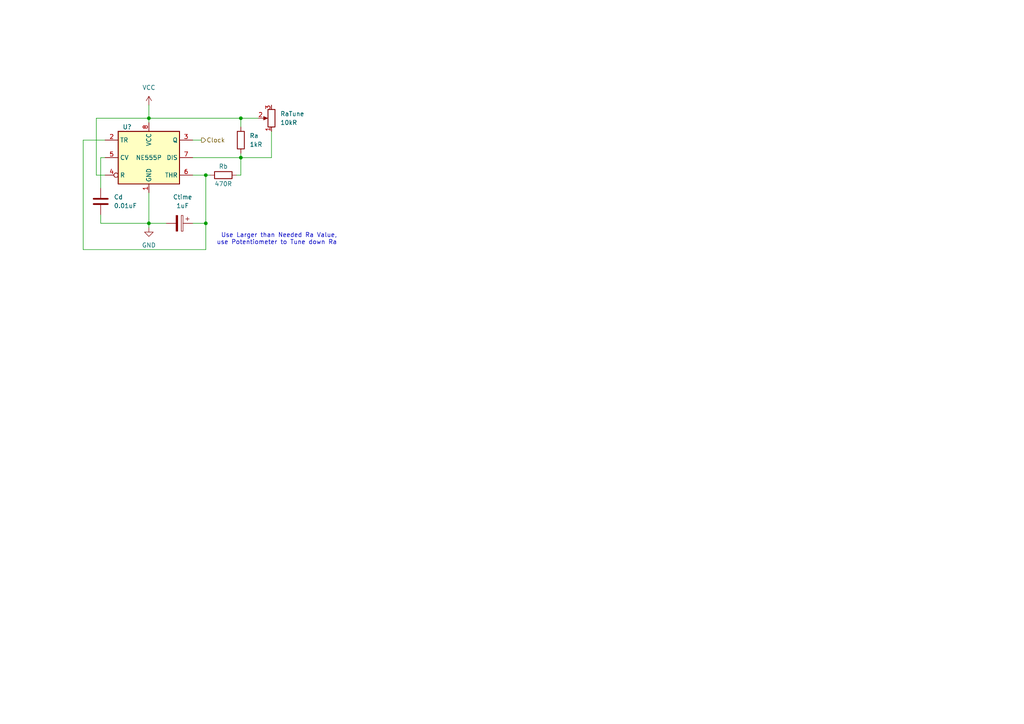
<source format=kicad_sch>
(kicad_sch (version 20211123) (generator eeschema)
  (paper "A4")
  (lib_symbols
    (symbol "Device:C" (pin_numbers hide) (pin_names (offset 0.254))
      (property "Reference" "C" (at 0.635 2.54 0))
      (property "Value" "C" (at 0.635 -2.54 0))
      (symbol "C_0_1"
        (polyline (pts (xy -2.032 -0.762) (xy 2.032 -0.762)) (stroke (width 0.508)))
        (polyline (pts (xy -2.032 0.762) (xy 2.032 0.762)) (stroke (width 0.508)))
      )
      (symbol "C_1_1"
        (pin passive line (at 0 3.81 270) (length 2.794) (name "~") (number "1"))
        (pin passive line (at 0 -3.81 90) (length 2.794) (name "~") (number "2"))
      )
    )
    (symbol "Device:C_Polarized" (pin_numbers hide) (pin_names (offset 0.254))
      (property "Reference" "C" (at 0.635 2.54 0))
      (property "Value" "C_Polarized" (at 0.635 -2.54 0))
      (symbol "C_Polarized_0_1"
        (rectangle (start -2.286 0.508) (end 2.286 1.016))
        (polyline (pts (xy -1.778 2.286) (xy -0.762 2.286)))
        (polyline (pts (xy -1.27 2.794) (xy -1.27 1.778)))
        (rectangle (start 2.286 -0.508) (end -2.286 -1.016) (fill (type outline)))
      )
      (symbol "C_Polarized_1_1"
        (pin passive line (at 0 3.81 270) (length 2.794) (name "~") (number "1"))
        (pin passive line (at 0 -3.81 90) (length 2.794) (name "~") (number "2"))
      )
    )
    (symbol "Device:R" (pin_numbers hide) (pin_names (offset 0))
      (property "Reference" "R" (at 2.032 0 90))
      (property "Value" "R" (at 0 0 90))
      (symbol "R_0_1"
        (rectangle (start -1.016 -2.54) (end 1.016 2.54) (stroke (width 0.254)))
      )
      (symbol "R_1_1"
        (pin passive line (at 0 3.81 270) (length 1.27) (name "~") (number "1"))
        (pin passive line (at 0 -3.81 90) (length 1.27) (name "~") (number "2"))
      )
    )
    (symbol "Device:R_Potentiometer" (pin_names (offset 1.016) hide)
      (property "Reference" "RV" (at -4.445 0 90))
      (property "Value" "R_Potentiometer" (at -2.54 0 90))
      (symbol "R_Potentiometer_0_1"
        (polyline (pts (xy 2.54 0) (xy 1.524 0)))
        (polyline (pts (xy 1.143 0) (xy 2.286 0.508) (xy 2.286 -0.508) (xy 1.143 0)) (fill (type outline)))
        (rectangle (start 1.016 2.54) (end -1.016 -2.54) (stroke (width 0.254)))
      )
      (symbol "R_Potentiometer_1_1"
        (pin passive line (at 0 3.81 270) (length 1.27) (name "1") (number "1"))
        (pin passive line (at 3.81 0 180) (length 1.27) (name "2") (number "2"))
        (pin passive line (at 0 -3.81 90) (length 1.27) (name "3") (number "3"))
      )
    )
    (symbol "Timer:NE555P"
      (property "Reference" "U" (at -10.16 8.89 0))
      (property "Value" "NE555P" (at 2.54 8.89 0))
      (symbol "NE555P_0_0"
        (pin power_in line (at 0 -10.16 90) (length 2.54) (name "GND") (number "1"))
        (pin power_in line (at 0 10.16 270) (length 2.54) (name "VCC") (number "8"))
      )
      (symbol "NE555P_0_1"
        (rectangle (start -8.89 -7.62) (end 8.89 7.62) (stroke (width 0.254)) (fill (type background)))
        (rectangle (start -8.89 -7.62) (end 8.89 7.62) (stroke (width 0.254)) (fill (type background)))
      )
      (symbol "NE555P_1_1"
        (pin input line (at -12.7 5.08 0) (length 3.81) (name "TR") (number "2"))
        (pin output line (at 12.7 5.08 180) (length 3.81) (name "Q") (number "3"))
        (pin input inverted (at -12.7 -5.08 0) (length 3.81) (name "R") (number "4"))
        (pin input line (at -12.7 0 0) (length 3.81) (name "CV") (number "5"))
        (pin input line (at 12.7 -5.08 180) (length 3.81) (name "THR") (number "6"))
        (pin input line (at 12.7 0 180) (length 3.81) (name "DIS") (number "7"))
      )
    )
    (symbol "power:GND" (power) (pin_names (offset 0))
      (property "Value" "GND" (at 0 -3.81 0))
      (symbol "GND_0_1"
        (polyline (pts (xy 0 0) (xy 0 -1.27) (xy 1.27 -1.27) (xy 0 -2.54) (xy -1.27 -1.27) (xy 0 -1.27)))
      )
      (symbol "GND_1_1"
        (pin power_in line (at 0 0 270) (length 0) hide (name "GND") (number "1"))
      )
    )
    (symbol "power:VCC" (power) (pin_names (offset 0))
      (property "Value" "VCC" (at 0 3.81 0))
      (symbol "VCC_0_1"
        (polyline (pts (xy -0.762 1.27) (xy 0 2.54)))
        (polyline (pts (xy 0 0) (xy 0 2.54)))
        (polyline (pts (xy 0 2.54) (xy 0.762 1.27)))
      )
      (symbol "VCC_1_1"
        (pin power_in line (at 0 0 90) (length 0) hide (name "VCC") (number "1"))
      )
    )
  )
  (junction (at 43.18 64.77))
  (junction (at 59.69 64.77))
  (junction (at 43.18 34.29))
  (junction (at 69.85 45.72))
  (junction (at 69.85 34.29))
  (junction (at 59.69 50.8))
  (wire (pts (xy 55.88 45.72) (xy 69.85 45.72)))
  (wire (pts (xy 24.13 72.39) (xy 59.69 72.39)))
  (wire (pts (xy 29.21 45.72) (xy 30.48 45.72)))
  (wire (pts (xy 78.74 38.1) (xy 78.74 45.72)))
  (wire (pts (xy 43.18 30.48) (xy 43.18 34.29)))
  (wire (pts (xy 43.18 64.77) (xy 43.18 66.04)))
  (wire (pts (xy 30.48 40.64) (xy 24.13 40.64)))
  (wire (pts (xy 78.74 45.72) (xy 69.85 45.72)))
  (wire (pts (xy 55.88 64.77) (xy 59.69 64.77)))
  (wire (pts (xy 59.69 50.8) (xy 55.88 50.8)))
  (wire (pts (xy 69.85 44.45) (xy 69.85 45.72)))
  (wire (pts (xy 69.85 45.72) (xy 69.85 50.8)))
  (wire (pts (xy 43.18 64.77) (xy 48.26 64.77)))
  (wire (pts (xy 43.18 34.29) (xy 43.18 35.56)))
  (wire (pts (xy 69.85 34.29) (xy 74.93 34.29)))
  (wire (pts (xy 43.18 34.29) (xy 69.85 34.29)))
  (wire (pts (xy 24.13 40.64) (xy 24.13 72.39)))
  (wire (pts (xy 69.85 34.29) (xy 69.85 36.83)))
  (wire (pts (xy 59.69 64.77) (xy 59.69 72.39)))
  (wire (pts (xy 30.48 50.8) (xy 27.94 50.8)))
  (wire (pts (xy 55.88 40.64) (xy 58.42 40.64)))
  (wire (pts (xy 59.69 50.8) (xy 60.96 50.8)))
  (wire (pts (xy 69.85 50.8) (xy 68.58 50.8)))
  (wire (pts (xy 29.21 54.61) (xy 29.21 45.72)))
  (wire (pts (xy 29.21 64.77) (xy 29.21 62.23)))
  (wire (pts (xy 27.94 50.8) (xy 27.94 34.29)))
  (wire (pts (xy 43.18 55.88) (xy 43.18 64.77)))
  (wire (pts (xy 29.21 64.77) (xy 43.18 64.77)))
  (wire (pts (xy 59.69 50.8) (xy 59.69 64.77)))
  (wire (pts (xy 27.94 34.29) (xy 43.18 34.29)))
  (text "Use Larger than Needed Ra Value,\nuse Potentiometer to Tune down Ra" (at 97.79 71.12 0) (effects (font (size 1.27 1.27)) (justify right bottom)))
  (hierarchical_label "Clock" (shape output) (at 58.42 40.64 0))
  (symbol (lib_id "power:GND") (at 43.18 66.04 0) (unit 1)
    (property "Reference" "#PWR?" (effects hide))
    (property "Value" "GND" (at 43.18 71.12 0))
  )
  (symbol (lib_id "Device:R") (at 64.77 50.8 90) (unit 1)
    (property "Reference" "Rb" (at 64.77 48.26 90))
    (property "Value" "470R" (at 64.77 53.34 90))
  )
  (symbol (lib_id "power:VCC") (at 43.18 30.48 0) (unit 1)
    (property "Reference" "#PWR?" (effects hide))
    (property "Value" "VCC" (at 43.18 25.4 0))
  )
  (symbol (lib_id "Device:C_Polarized") (at 52.07 64.77 270) (unit 1)
    (property "Reference" "Ctime" (at 52.959 57.15 90))
    (property "Value" "1uF" (at 52.959 59.69 90))
  )
  (symbol (lib_id "Device:R_Potentiometer") (at 78.74 34.29 180) (unit 1)
    (property "Reference" "RaTune" (at 81.28 33.0199 0) (effects (justify right)))
    (property "Value" "10kR" (at 81.28 35.5599 0) (effects (justify right)))
  )
  (symbol (lib_id "Device:C") (at 29.21 58.42 0) (unit 1)
    (property "Reference" "Cd" (at 33.02 57.1499 0) (effects (justify left)))
    (property "Value" "0.01uF" (at 33.02 59.6899 0) (effects (justify left)))
  )
  (symbol (lib_id "Timer:NE555P") (at 43.18 45.72 0) (unit 1)
    (property "Reference" "U?" (at 35.56 36.83 0) (effects (justify left)))
    (property "Value" "NE555P" (at 39.37 45.72 0) (effects (justify left)))
    (property "Footprint" "Package_DIP:DIP-8_W7.62mm" (effects hide))
    (property "Datasheet" "http://www.ti.com/lit/ds/symlink/ne555.pdf" (effects hide))
  )
  (symbol (lib_id "Device:R") (at 69.85 40.64 0) (unit 1)
    (property "Reference" "Ra" (at 72.39 39.3699 0) (effects (justify left)))
    (property "Value" "1kR" (at 72.39 41.9099 0) (effects (justify left)))
  )
)
</source>
